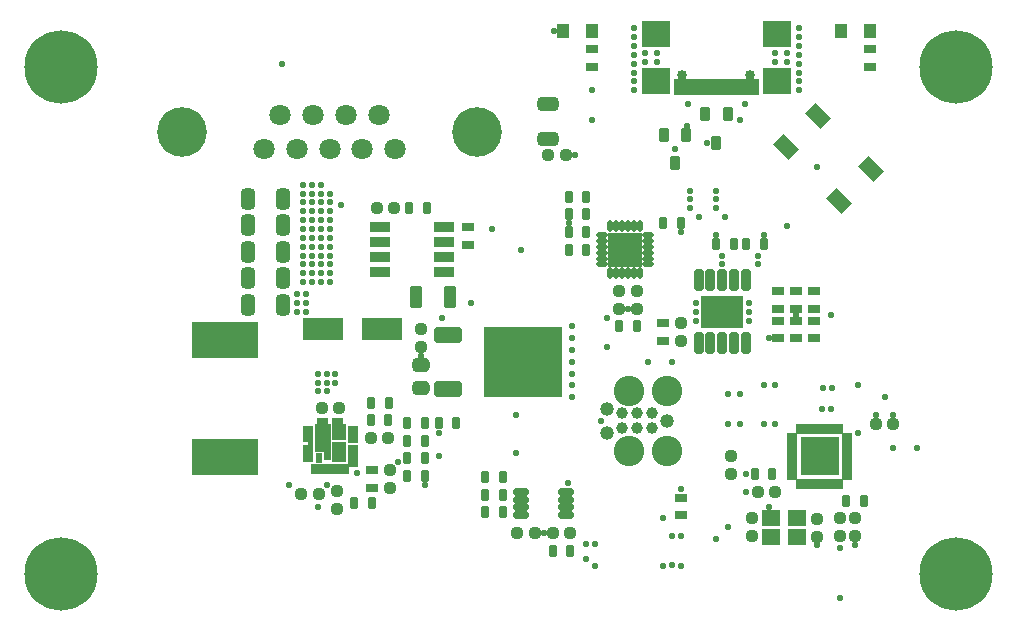
<source format=gts>
%FSLAX46Y46*%
%MOMM*%
%AMPS32*
4,1,8,
0.462500,-1.275000,
0.462500,1.275000,
-0.462500,1.275000,
-0.462500,-0.125000,
-0.012500,-0.125000,
-0.012500,-0.325000,
-0.462500,-0.325000,
-0.462500,-1.275000,
0.462500,-1.275000,
0*
%
%ADD32PS32*%
%AMPS17*
4,1,4,
3.300000,3.000000,
-3.300000,3.000000,
-3.300000,-3.000000,
3.300000,-3.000000,
3.300000,3.000000,
0*
%
%ADD17PS17*%
%AMPS14*
1,1,4.200000,0.000000,0.000000*
%
%ADD14PS14*%
%AMPS13*
1,1,1.800000,0.000000,0.000000*
%
%ADD13PS13*%
%AMPS30*
21,1,0.780000,0.580000,0.000000,0.000000,270.000000*
%
%ADD30PS30*%
%AMPS37*
21,1,1.200000,1.800000,0.000000,0.000000,45.000000*
%
%ADD37PS37*%
%AMPS38*
21,1,1.200000,1.800000,0.000000,0.000000,225.000000*
%
%ADD38PS38*%
%AMPS52*
21,1,2.900000,2.900000,0.000000,0.000000,180.000000*
%
%ADD52PS52*%
%AMPS49*
21,1,1.100000,1.200000,0.000000,0.000000,0.000000*
%
%ADD49PS49*%
%AMPS36*
21,1,1.775000,1.250000,0.000000,0.000000,270.000000*
%
%ADD36PS36*%
%AMPS44*
21,1,3.400000,1.800000,0.000000,0.000000,180.000000*
%
%ADD44PS44*%
%AMPS31*
21,1,0.500000,0.925000,0.000000,0.000000,180.000000*
%
%ADD31PS31*%
%AMPS33*
21,1,0.500000,0.925000,0.000000,0.000000,270.000000*
%
%ADD33PS33*%
%AMPS40*
21,1,0.800000,1.700000,0.000000,0.000000,90.000000*
%
%ADD40PS40*%
%AMPS41*
21,1,0.800000,1.700000,0.000000,0.000000,270.000000*
%
%ADD41PS41*%
%AMPS42*
21,1,3.100000,5.600000,0.000000,0.000000,90.000000*
%
%ADD42PS42*%
%AMPS20*
21,1,2.700000,3.600000,0.000000,0.000000,90.000000*
%
%ADD20PS20*%
%AMPS45*
21,1,0.800000,1.350000,0.000000,0.000000,180.000000*
%
%ADD45PS45*%
%AMPS23*
21,1,0.500000,0.800000,0.000000,0.000000,0.000000*
%
%ADD23PS23*%
%AMPS22*
21,1,0.500000,0.800000,0.000000,0.000000,90.000000*
%
%ADD22PS22*%
%AMPS24*
21,1,0.500000,0.800000,0.000000,0.000000,180.000000*
%
%ADD24PS24*%
%AMPS21*
21,1,0.500000,0.800000,0.000000,0.000000,270.000000*
%
%ADD21PS21*%
%AMPS46*
21,1,2.380000,2.200000,0.000000,0.000000,180.000000*
%
%ADD46PS46*%
%AMPS47*
21,1,0.500000,1.350000,0.000000,0.000000,180.000000*
%
%ADD47PS47*%
%AMPS58*
21,1,1.600000,1.400000,0.000000,0.000000,0.000000*
%
%ADD58PS58*%
%AMPS64*
1,1,0.550000,0.000000,0.000000*
%
%ADD64PS64*%
%AMPS34*
4,1,10,
-0.550000,1.237500,
-0.700000,1.237500,
-0.700000,-1.137500,
0.045000,-1.137500,
0.045000,-1.787500,
0.700000,-1.787500,
0.700000,1.237500,
0.400000,1.237500,
0.400000,1.787500,
-0.550000,1.787500,
-0.550000,1.237500,
0*
%
%ADD34PS34*%
%AMPS61*
1,1,2.575000,0.000000,0.000000*
%
%ADD61PS61*%
%AMPS59*
1,1,2.575000,0.000000,0.000000*
%
%ADD59PS59*%
%AMPS48*
1,1,0.850000,0.000000,0.000000*
%
%ADD48PS48*%
%AMPS62*
1,1,1.190600,0.000000,0.000000*
%
%ADD62PS62*%
%AMPS35*
4,1,6,
-0.625000,-0.950000,
0.625000,-0.950000,
0.625000,0.400000,
0.325000,0.400000,
0.325000,0.950000,
-0.625000,0.950000,
-0.625000,-0.950000,
0*
%
%ADD35PS35*%
%AMPS15*
1,1,0.700000,0.250000,-0.550000*
1,1,0.700000,-0.250000,0.550000*
1,1,0.700000,-0.250000,-0.550000*
1,1,0.700000,0.250000,0.550000*
21,1,1.200000,1.100000,0.000000,0.000000,180.000000*
21,1,0.500000,1.800000,0.000000,0.000000,180.000000*
%
%ADD15PS15*%
%AMPS26*
1,1,0.700000,0.550000,0.250000*
1,1,0.700000,-0.550000,-0.250000*
1,1,0.700000,0.550000,-0.250000*
1,1,0.700000,-0.550000,0.250000*
21,1,1.200000,1.100000,0.000000,0.000000,270.000000*
21,1,0.500000,1.800000,0.000000,0.000000,270.000000*
%
%ADD26PS26*%
%AMPS55*
1,1,0.300000,-0.500000,-0.150000*
1,1,0.300000,0.500000,0.150000*
1,1,0.300000,-0.500000,0.150000*
1,1,0.300000,0.500000,-0.150000*
21,1,0.600000,1.000000,0.000000,0.000000,90.000000*
21,1,0.300000,1.300000,0.000000,0.000000,90.000000*
%
%ADD55PS55*%
%AMPS56*
1,1,0.300000,0.500000,0.150000*
1,1,0.300000,-0.500000,-0.150000*
1,1,0.300000,0.500000,-0.150000*
1,1,0.300000,-0.500000,0.150000*
21,1,0.600000,1.000000,0.000000,0.000000,270.000000*
21,1,0.300000,1.300000,0.000000,0.000000,270.000000*
%
%ADD56PS56*%
%AMPS50*
1,1,0.325000,0.062500,-0.350000*
1,1,0.325000,-0.062500,0.350000*
1,1,0.325000,-0.062500,-0.350000*
1,1,0.325000,0.062500,0.350000*
21,1,0.450000,0.700000,0.000000,0.000000,180.000000*
21,1,0.125000,1.025000,0.000000,0.000000,180.000000*
%
%ADD50PS50*%
%AMPS53*
1,1,0.560000,-0.220000,0.195000*
1,1,0.560000,0.220000,-0.195000*
1,1,0.560000,0.220000,0.195000*
1,1,0.560000,-0.220000,-0.195000*
21,1,1.000000,0.390000,0.000000,0.000000,0.000000*
21,1,0.440000,0.950000,0.000000,0.000000,0.000000*
%
%ADD53PS53*%
%AMPS27*
1,1,0.560000,-0.195000,-0.220000*
1,1,0.560000,0.195000,0.220000*
1,1,0.560000,-0.195000,0.220000*
1,1,0.560000,0.195000,-0.220000*
21,1,1.000000,0.390000,0.000000,0.000000,90.000000*
21,1,0.440000,0.950000,0.000000,0.000000,90.000000*
%
%ADD27PS27*%
%AMPS43*
1,1,0.560000,0.220000,-0.195000*
1,1,0.560000,-0.220000,0.195000*
1,1,0.560000,-0.220000,-0.195000*
1,1,0.560000,0.220000,0.195000*
21,1,1.000000,0.390000,0.000000,0.000000,180.000000*
21,1,0.440000,0.950000,0.000000,0.000000,180.000000*
%
%ADD43PS43*%
%AMPS29*
1,1,0.560000,0.195000,0.220000*
1,1,0.560000,-0.195000,-0.220000*
1,1,0.560000,0.195000,-0.220000*
1,1,0.560000,-0.195000,0.220000*
21,1,1.000000,0.390000,0.000000,0.000000,270.000000*
21,1,0.440000,0.950000,0.000000,0.000000,270.000000*
%
%ADD29PS29*%
%AMPS18*
1,1,0.500000,-0.175000,0.675000*
1,1,0.500000,0.175000,-0.675000*
1,1,0.500000,0.175000,0.675000*
1,1,0.500000,-0.175000,-0.675000*
21,1,0.850000,1.350000,0.000000,0.000000,0.000000*
21,1,0.350000,1.850000,0.000000,0.000000,0.000000*
%
%ADD18PS18*%
%AMPS19*
1,1,0.500000,0.175000,-0.675000*
1,1,0.500000,-0.175000,0.675000*
1,1,0.500000,-0.175000,-0.675000*
1,1,0.500000,0.175000,0.675000*
21,1,0.850000,1.350000,0.000000,0.000000,180.000000*
21,1,0.350000,1.850000,0.000000,0.000000,180.000000*
%
%ADD19PS19*%
%AMPS63*
1,1,0.640000,0.230000,-0.630000*
1,1,0.640000,-0.230000,0.630000*
1,1,0.640000,-0.230000,-0.630000*
1,1,0.640000,0.230000,0.630000*
21,1,1.100000,1.260000,0.000000,0.000000,180.000000*
21,1,0.460000,1.900000,0.000000,0.000000,180.000000*
%
%ADD63PS63*%
%AMPS57*
1,1,0.700000,-0.375000,-0.250000*
1,1,0.700000,0.375000,0.250000*
1,1,0.700000,-0.375000,0.250000*
1,1,0.700000,0.375000,-0.250000*
21,1,1.200000,0.750000,0.000000,0.000000,90.000000*
21,1,0.500000,1.450000,0.000000,0.000000,90.000000*
%
%ADD57PS57*%
%AMPS11*
1,1,0.440000,-0.130000,0.330000*
1,1,0.440000,0.130000,-0.330000*
1,1,0.440000,0.130000,0.330000*
1,1,0.440000,-0.130000,-0.330000*
21,1,0.700000,0.660000,0.000000,0.000000,0.000000*
21,1,0.260000,1.100000,0.000000,0.000000,0.000000*
%
%ADD11PS11*%
%AMPS28*
1,1,0.440000,-0.330000,-0.130000*
1,1,0.440000,0.330000,0.130000*
1,1,0.440000,-0.330000,0.130000*
1,1,0.440000,0.330000,-0.130000*
21,1,0.700000,0.660000,0.000000,0.000000,90.000000*
21,1,0.260000,1.100000,0.000000,0.000000,90.000000*
%
%ADD28PS28*%
%AMPS12*
1,1,0.440000,0.130000,-0.330000*
1,1,0.440000,-0.130000,0.330000*
1,1,0.440000,-0.130000,-0.330000*
1,1,0.440000,0.130000,0.330000*
21,1,0.700000,0.660000,0.000000,0.000000,180.000000*
21,1,0.260000,1.100000,0.000000,0.000000,180.000000*
%
%ADD12PS12*%
%AMPS39*
1,1,0.440000,0.330000,0.130000*
1,1,0.440000,-0.330000,-0.130000*
1,1,0.440000,0.330000,-0.130000*
1,1,0.440000,-0.330000,0.130000*
21,1,0.700000,0.660000,0.000000,0.000000,270.000000*
21,1,0.260000,1.100000,0.000000,0.000000,270.000000*
%
%ADD39PS39*%
%AMPS16*
1,1,0.700000,-0.850000,0.350000*
1,1,0.700000,0.850000,-0.350000*
1,1,0.700000,0.850000,0.350000*
1,1,0.700000,-0.850000,-0.350000*
21,1,2.400000,0.700000,0.000000,0.000000,0.000000*
21,1,1.700000,1.400000,0.000000,0.000000,0.000000*
%
%ADD16PS16*%
%AMPS54*
1,1,0.540000,-0.180000,0.330000*
1,1,0.540000,0.180000,-0.330000*
1,1,0.540000,0.180000,0.330000*
1,1,0.540000,-0.180000,-0.330000*
21,1,0.900000,0.660000,0.000000,0.000000,0.000000*
21,1,0.360000,1.200000,0.000000,0.000000,0.000000*
%
%ADD54PS54*%
%AMPS51*
1,1,0.325000,0.350000,-0.062500*
1,1,0.325000,-0.350000,0.062500*
1,1,0.325000,-0.350000,-0.062500*
1,1,0.325000,0.350000,0.062500*
21,1,1.025000,0.125000,0.000000,0.000000,180.000000*
21,1,0.700000,0.450000,0.000000,0.000000,180.000000*
%
%ADD51PS51*%
%AMPS10*
1,1,6.200000,0.000000,0.000000*
%
%ADD10PS10*%
%AMPS25*
21,1,3.300000,3.300000,0.000000,0.000000,90.000000*
%
%ADD25PS25*%
%AMPS60*
1,1,0.987400,0.000000,0.000000*
%
%ADD60PS60*%
G01*
G01*
%LPD*%
G75*
D10*
X-18500000Y96000000D03*
D10*
X57250000Y96000000D03*
D10*
X57250000Y53000000D03*
D10*
X-18500000Y53000000D03*
D11*
X10842576Y65829858D03*
D11*
X12342576Y65829858D03*
D12*
X26000000Y82000000D03*
D12*
X24500000Y82000000D03*
D11*
X10842576Y61329858D03*
D11*
X12342576Y61329858D03*
D11*
X32500000Y82750000D03*
D11*
X34000000Y82750000D03*
D13*
X4250000Y89055000D03*
D13*
X9790000Y89055000D03*
D13*
X95000Y91895000D03*
D14*
X16750000Y90475000D03*
D13*
X5635000Y91895000D03*
D13*
X-1290000Y89055000D03*
D13*
X8405000Y91895000D03*
D14*
X-8250000Y90475000D03*
D13*
X2865000Y91895000D03*
D13*
X7020000Y89055000D03*
D13*
X1480000Y89055000D03*
D15*
X342576Y78079858D03*
D15*
X-2657424Y78079858D03*
D16*
X14300000Y73279998D03*
D16*
X14300000Y68719998D03*
D17*
X20600000Y70999998D03*
D18*
X37500000Y72600000D03*
D19*
X35500000Y77900000D03*
D18*
X38500000Y72600000D03*
D19*
X36500000Y77900000D03*
D19*
X39500000Y77900000D03*
D18*
X36500000Y72600000D03*
D20*
X37500000Y75250000D03*
D18*
X35500000Y72600000D03*
D18*
X39500000Y72600000D03*
D19*
X38500000Y77900000D03*
D19*
X37500000Y77900000D03*
D21*
X43399998Y63750000D03*
D22*
X48099998Y63750000D03*
D23*
X45499998Y60650000D03*
D21*
X43399998Y61250000D03*
D24*
X46499998Y65350000D03*
D21*
X43399998Y64750000D03*
D22*
X48099998Y62250000D03*
D23*
X45999998Y60650000D03*
D24*
X44499998Y65350000D03*
D21*
X43399998Y63250000D03*
D23*
X46499998Y60650000D03*
D21*
X43399998Y61750000D03*
D22*
X48099998Y63250000D03*
D23*
X47499998Y60650000D03*
D22*
X48099998Y61750000D03*
D24*
X46999998Y65350000D03*
D22*
X48099998Y62750000D03*
D25*
X45749998Y63000000D03*
D24*
X43999998Y65350000D03*
D23*
X44499998Y60650000D03*
D24*
X47499998Y65350000D03*
D24*
X44999998Y65350000D03*
D24*
X45499998Y65350000D03*
D23*
X44999998Y60650000D03*
D24*
X45999998Y65350000D03*
D22*
X48099998Y61250000D03*
D22*
X48099998Y64750000D03*
D21*
X43399998Y62750000D03*
D22*
X48099998Y64250000D03*
D21*
X43399998Y62250000D03*
D21*
X43399998Y64250000D03*
D23*
X43999998Y60650000D03*
D23*
X46999998Y60650000D03*
D26*
X22750000Y92850000D03*
D26*
X22750000Y89850000D03*
D27*
X47500000Y57750000D03*
D27*
X47500000Y56250000D03*
D28*
X7842576Y60329858D03*
D28*
X7842576Y61829858D03*
D12*
X26000000Y83500000D03*
D12*
X24500000Y83500000D03*
D29*
X45500000Y56208334D03*
D29*
X45500000Y57708334D03*
D12*
X18900000Y59749980D03*
D12*
X17400000Y59749980D03*
D30*
X3347576Y62844858D03*
D31*
X5617576Y61892358D03*
D32*
X2405076Y64279858D03*
D31*
X2917576Y61892358D03*
D33*
X2405076Y62804858D03*
D33*
X6280076Y64854858D03*
D31*
X3367576Y61892358D03*
D33*
X6280076Y64404858D03*
D31*
X4717576Y61892358D03*
D34*
X3667576Y64442358D03*
D31*
X5167576Y61892358D03*
D33*
X6280076Y62804858D03*
D35*
X5092576Y65279858D03*
D33*
X6280076Y65304858D03*
D33*
X6280076Y63254858D03*
D31*
X3817576Y61892358D03*
D36*
X5092576Y63342358D03*
D33*
X6280076Y63704858D03*
D31*
X4267576Y61892358D03*
D33*
X6280076Y62354858D03*
D37*
X47419238Y84643756D03*
D38*
X45580762Y91856244D03*
D38*
X42893756Y89169238D03*
D37*
X50106244Y87330762D03*
D39*
X42250000Y74500000D03*
D39*
X42250000Y73000000D03*
D12*
X24650000Y55000000D03*
D12*
X23150000Y55000000D03*
D40*
X13950000Y79864998D03*
D40*
X13950000Y82404998D03*
D41*
X8550000Y79864998D03*
D40*
X13950000Y78594998D03*
D40*
X13950000Y81134998D03*
D41*
X8550000Y82404998D03*
D41*
X8550000Y81134998D03*
D41*
X8550000Y78594998D03*
D39*
X43750000Y77000000D03*
D39*
X43750000Y75500000D03*
D27*
X34000000Y74250000D03*
D27*
X34000000Y72750000D03*
D29*
X38250000Y61500000D03*
D29*
X38250000Y63000000D03*
D27*
X9342576Y61829858D03*
D27*
X9342576Y60329858D03*
D29*
X48750000Y56250000D03*
D29*
X48750000Y57750000D03*
D28*
X50006250Y96000000D03*
D28*
X50006250Y97500000D03*
D11*
X7750000Y67500000D03*
D11*
X9250000Y67500000D03*
D29*
X4842576Y58579858D03*
D29*
X4842576Y60079858D03*
D27*
X40000000Y57750000D03*
D27*
X40000000Y56250000D03*
D42*
X-4557424Y72829858D03*
D42*
X-4557424Y62929858D03*
D43*
X40500002Y60000000D03*
D43*
X42000002Y60000000D03*
D44*
X3692576Y73779858D03*
D44*
X8692576Y73779858D03*
D15*
X342576Y82579858D03*
D15*
X-2657424Y82579858D03*
D45*
X33800000Y94245000D03*
D46*
X42110000Y94820000D03*
D47*
X38250000Y94245000D03*
D46*
X31890000Y98750000D03*
D47*
X35750000Y94245000D03*
D46*
X31890000Y94820000D03*
D47*
X37250000Y94245000D03*
D47*
X38750000Y94245000D03*
D47*
X35250000Y94245000D03*
D48*
X39890000Y95320000D03*
D45*
X39400000Y94245000D03*
D46*
X42110000Y98750000D03*
D47*
X36750000Y94245000D03*
D45*
X34600000Y94245000D03*
D45*
X40200000Y94245000D03*
D47*
X37750000Y94245000D03*
D48*
X34110000Y95320000D03*
D47*
X36250000Y94245000D03*
D15*
X342576Y84829858D03*
D15*
X-2657424Y84829858D03*
D12*
X18900000Y58249980D03*
D12*
X17400000Y58249980D03*
D12*
X12342576Y64329858D03*
D12*
X10842576Y64329858D03*
D49*
X26450000Y99000000D03*
D49*
X24050000Y99000000D03*
D50*
X28000000Y82462500D03*
D51*
X31212500Y81250000D03*
D50*
X29000000Y78537500D03*
D51*
X31212500Y80750000D03*
D51*
X27287500Y80750000D03*
D51*
X31212500Y79250000D03*
D51*
X31212500Y79750000D03*
D50*
X29000000Y82462500D03*
D50*
X29500000Y82462500D03*
D50*
X28500000Y78537500D03*
D50*
X29500000Y78537500D03*
D50*
X28500000Y82462500D03*
D50*
X30000000Y82462500D03*
D50*
X30500000Y82462500D03*
D51*
X27287500Y79750000D03*
D50*
X30500000Y78537500D03*
D50*
X28000000Y78537500D03*
D51*
X31212500Y80250000D03*
D52*
X29250000Y80500000D03*
D51*
X27287500Y79250000D03*
D50*
X30000000Y78537500D03*
D51*
X31212500Y81750000D03*
D51*
X27287500Y81250000D03*
D51*
X27287500Y81750000D03*
D51*
X27287500Y80250000D03*
D49*
X49968750Y99000000D03*
D49*
X47568750Y99000000D03*
D53*
X24250000Y88500000D03*
D53*
X22750000Y88500000D03*
D12*
X41750000Y61500000D03*
D12*
X40250000Y61500000D03*
D54*
X33500000Y87800000D03*
D54*
X34450000Y90200000D03*
D54*
X32550000Y90200000D03*
D53*
X3342576Y59829858D03*
D53*
X1842576Y59829858D03*
D39*
X45250000Y77000000D03*
D39*
X45250000Y75500000D03*
D15*
X342576Y80329858D03*
D15*
X-2657424Y80329858D03*
D12*
X30250000Y74000000D03*
D12*
X28750000Y74000000D03*
D11*
X48000000Y59250000D03*
D11*
X49500000Y59250000D03*
D43*
X7742576Y64579858D03*
D43*
X9242576Y64579858D03*
D53*
X52000000Y65750000D03*
D53*
X50500000Y65750000D03*
D29*
X12000000Y72249998D03*
D29*
X12000000Y73749998D03*
D12*
X12500000Y83999998D03*
D12*
X11000000Y83999998D03*
D28*
X34000000Y58000000D03*
D28*
X34000000Y59500000D03*
D11*
X6342576Y59079858D03*
D11*
X7842576Y59079858D03*
D29*
X28750000Y75500000D03*
D29*
X28750000Y77000000D03*
D55*
X24300000Y58674980D03*
D56*
X20500000Y59974980D03*
D55*
X24300000Y59974980D03*
D55*
X24300000Y58024980D03*
D56*
X20500000Y58674980D03*
D55*
X24300000Y59324980D03*
D56*
X20500000Y59324980D03*
D56*
X20500000Y58024980D03*
D28*
X16000000Y80904998D03*
D28*
X16000000Y82404998D03*
D12*
X18900000Y61250000D03*
D12*
X17400000Y61250000D03*
D39*
X42250000Y77000000D03*
D39*
X42250000Y75500000D03*
D12*
X12342576Y62829858D03*
D12*
X10842576Y62829858D03*
D11*
X24500000Y80500000D03*
D11*
X26000000Y80500000D03*
D15*
X342576Y75829858D03*
D15*
X-2657424Y75829858D03*
D53*
X21650000Y56499980D03*
D53*
X20150000Y56499980D03*
D54*
X37000000Y89550000D03*
D54*
X37950000Y91950000D03*
D54*
X36050000Y91950000D03*
D39*
X32500000Y74250000D03*
D39*
X32500000Y72750000D03*
D57*
X12000008Y68750054D03*
D57*
X12000008Y70750054D03*
D11*
X24500000Y85000000D03*
D11*
X26000000Y85000000D03*
D58*
X43849998Y57800000D03*
D58*
X41649998Y57800000D03*
D58*
X41649998Y56200000D03*
D58*
X43849998Y56200000D03*
D53*
X9750000Y83999998D03*
D53*
X8250000Y83999998D03*
D12*
X38500000Y81000000D03*
D12*
X37000000Y81000000D03*
D11*
X39500000Y81000000D03*
D11*
X41000000Y81000000D03*
D29*
X30250000Y75500000D03*
D29*
X30250000Y77000000D03*
D43*
X23150000Y56499980D03*
D43*
X24650000Y56499980D03*
D11*
X7742576Y66079858D03*
D11*
X9242576Y66079858D03*
D12*
X15000000Y65829858D03*
D12*
X13500000Y65829858D03*
D39*
X43750000Y74500000D03*
D39*
X43750000Y73000000D03*
D59*
X32790000Y63460000D03*
D60*
X28980000Y66635000D03*
D60*
X31520000Y66635000D03*
D59*
X29615000Y63460000D03*
D61*
X32790000Y68540000D03*
D62*
X27710000Y64984000D03*
D60*
X31520000Y65365000D03*
D60*
X30250000Y65365000D03*
D60*
X30250000Y66635000D03*
D60*
X28980000Y65365000D03*
D62*
X27710000Y67016000D03*
D62*
X32790000Y66000000D03*
D61*
X29615000Y68540000D03*
D63*
X11550000Y76500000D03*
D63*
X14450000Y76500000D03*
D39*
X45250000Y74500000D03*
D39*
X45250000Y73000000D03*
D53*
X5092576Y67129858D03*
D53*
X3592576Y67129858D03*
D28*
X26500000Y96000000D03*
D28*
X26500000Y97500000D03*
D64*
X20000000Y66500000D03*
D64*
X35250000Y74500000D03*
D64*
X29250000Y81250000D03*
D64*
X26750000Y55600000D03*
D64*
X39000000Y91500000D03*
D64*
X27750000Y72250000D03*
D64*
X33250000Y71000000D03*
D64*
X3350000Y64200000D03*
D64*
X52000000Y63750000D03*
D64*
X47000000Y63000000D03*
D64*
X24750000Y74000000D03*
D64*
X30000000Y94750000D03*
D64*
X4250000Y81500000D03*
D64*
X3250000Y58750000D03*
D64*
X5300000Y62925000D03*
D64*
X3500000Y82250000D03*
D64*
X46750000Y75000000D03*
D64*
X3500000Y85250000D03*
D64*
X2000000Y80000000D03*
D64*
X54000000Y63750000D03*
D64*
X32500000Y53750000D03*
D64*
X34750000Y84750000D03*
D64*
X39400000Y92850000D03*
D64*
X2750000Y80750000D03*
D64*
X34600000Y92850000D03*
D64*
X2000000Y84500000D03*
D64*
X37000000Y56000000D03*
D64*
X47500000Y55250000D03*
D64*
X4250000Y83000000D03*
D64*
X20500000Y80500000D03*
D64*
X41000000Y69000000D03*
D64*
X46000000Y68799999D03*
D64*
X16250000Y76000000D03*
D64*
X13500000Y63000000D03*
D64*
X42000000Y69000000D03*
D64*
X45750000Y61750000D03*
D64*
X2750000Y85250000D03*
D64*
X30000000Y96250000D03*
D64*
X2750000Y86000000D03*
D64*
X39750000Y76000000D03*
D64*
X24750000Y70000000D03*
D64*
X13500000Y65000000D03*
D64*
X48750000Y55500000D03*
D64*
X2000000Y77750000D03*
D64*
X3500000Y81500000D03*
D64*
X38000000Y68250000D03*
D64*
X44000000Y99250000D03*
D64*
X2750000Y82250000D03*
D64*
X29250000Y80500000D03*
D64*
X5250000Y84250000D03*
D64*
X24400000Y60750000D03*
D64*
X4250000Y82250000D03*
D64*
X4250000Y77750000D03*
D64*
X44000000Y97750000D03*
D64*
X30000000Y79750000D03*
D64*
X37750000Y83250000D03*
D64*
X47000000Y61750000D03*
D64*
X45750000Y64250000D03*
D64*
X45933788Y66998519D03*
D64*
X30000000Y80500000D03*
D64*
X44000000Y95500000D03*
D64*
X51250000Y68000000D03*
D64*
X24750000Y69000000D03*
D64*
X41500000Y58708334D03*
D64*
X2000000Y86000000D03*
D64*
X4010120Y60536104D03*
D64*
X37000000Y84750000D03*
D64*
X1500000Y76000000D03*
D64*
X34013778Y53749740D03*
D64*
X2750000Y83750000D03*
D64*
X40500000Y79250000D03*
D64*
X43750000Y75000000D03*
D64*
X2250000Y76000000D03*
D64*
X4250000Y79250000D03*
D64*
X4250000Y80750000D03*
D64*
X3500000Y83750000D03*
D64*
X28500000Y80500000D03*
D64*
X29500000Y75500000D03*
D64*
X34000000Y60250000D03*
D64*
X30000000Y95500000D03*
D64*
X33250000Y56249998D03*
D64*
X46800003Y68799999D03*
D64*
X4000000Y70000000D03*
D64*
X35500000Y83250000D03*
D64*
X30000000Y97750000D03*
D64*
X37500000Y79250000D03*
D64*
X2750000Y77750000D03*
D64*
X30000000Y94000000D03*
D64*
X28500000Y79750000D03*
D64*
X35250000Y75250000D03*
D64*
X26750000Y53724980D03*
D64*
X3500000Y78500000D03*
D64*
X4917576Y63729858D03*
D64*
X30000000Y81250000D03*
D64*
X4250000Y85250000D03*
D64*
X22400020Y56499980D03*
D64*
X2750000Y79250000D03*
D64*
X20000000Y63250000D03*
D64*
X50500000Y66500000D03*
D64*
X44000000Y98500000D03*
D64*
X3500000Y77750000D03*
D64*
X24500000Y82750000D03*
D64*
X42000000Y65750000D03*
D64*
X2000000Y83000000D03*
D64*
X3500000Y84500000D03*
D64*
X47000000Y64250000D03*
D64*
X44500000Y63000000D03*
D64*
X2000000Y83750000D03*
D64*
X27750000Y74750000D03*
D64*
X33500000Y89000000D03*
D64*
X43000000Y96410000D03*
D64*
X45500000Y55500000D03*
D64*
X29250000Y79750000D03*
D64*
X2750000Y81500000D03*
D64*
X2000000Y79250000D03*
D64*
X4250000Y83750000D03*
D64*
X26000000Y54324980D03*
D64*
X24750000Y73000000D03*
D64*
X38000000Y65750000D03*
D64*
X23250000Y99000000D03*
D64*
X4750000Y70000000D03*
D64*
X39500000Y60000000D03*
D64*
X26500000Y94000000D03*
D64*
X2750000Y78500000D03*
D64*
X37000000Y84000000D03*
D64*
X24750000Y72000000D03*
D64*
X2000000Y81500000D03*
D64*
X32500000Y57750000D03*
D64*
X26500000Y91500000D03*
D64*
X32000000Y97160000D03*
D64*
X44500000Y64250000D03*
D64*
X27250000Y66000000D03*
D64*
X34500000Y91000000D03*
D64*
X31250000Y71000000D03*
D64*
X4000000Y69250000D03*
D64*
X2000000Y82250000D03*
D64*
X36250000Y89500000D03*
D64*
X49000000Y65000000D03*
D64*
X4000000Y68500000D03*
D64*
X2750000Y80000000D03*
D64*
X3250000Y69250000D03*
D64*
X24750000Y71000000D03*
D64*
X38000000Y57000000D03*
D64*
X47500000Y51000000D03*
D64*
X2250000Y75250000D03*
D64*
X12000000Y71500000D03*
D64*
X2750000Y83000000D03*
D64*
X250000Y96250000D03*
D64*
X3950000Y63675000D03*
D64*
X39750000Y74500000D03*
D64*
X1500000Y75250000D03*
D64*
X3250000Y68500000D03*
D64*
X12342576Y60579858D03*
D64*
X44000000Y94750000D03*
D64*
X42000000Y97160000D03*
D64*
X49000000Y69000000D03*
D64*
X31000000Y96410000D03*
D64*
X32000000Y96410000D03*
D64*
X44000000Y94000000D03*
D64*
X37000000Y81750000D03*
D64*
X4250000Y78500000D03*
D64*
X39000000Y68250000D03*
D64*
X34013909Y56263909D03*
D64*
X39750000Y75250000D03*
D64*
X42000000Y96410000D03*
D64*
X43000000Y97160000D03*
D64*
X43000000Y82500000D03*
D64*
X3500000Y86000000D03*
D64*
X4250000Y84500000D03*
D64*
X31000000Y97160000D03*
D64*
X33263909Y53763909D03*
D64*
X25000000Y88500000D03*
D64*
X44000000Y97000000D03*
D64*
X44000000Y96250000D03*
D64*
X18000000Y82250000D03*
D64*
X34000000Y82000000D03*
D64*
X41000000Y81750000D03*
D64*
X41000000Y65750000D03*
D64*
X25949997Y55600000D03*
D64*
X44500000Y61750000D03*
D64*
X52000000Y66500000D03*
D64*
X41500000Y73000000D03*
D64*
X28500000Y81250000D03*
D64*
X30000000Y98500000D03*
D64*
X30000000Y97000000D03*
D64*
X3500000Y80000000D03*
D64*
X2000000Y78500000D03*
D64*
X34750000Y85500000D03*
D64*
X35250000Y76000000D03*
D64*
X10023165Y62525870D03*
D64*
X3350000Y65250000D03*
D64*
X2750000Y84500000D03*
D64*
X34750000Y84000000D03*
D64*
X3500000Y83000000D03*
D64*
X39500000Y61500000D03*
D64*
X13750000Y74750000D03*
D64*
X2250000Y76750000D03*
D64*
X46733590Y67016410D03*
D64*
X4250000Y80000000D03*
D64*
X40500000Y80000000D03*
D64*
X2000000Y80750000D03*
D64*
X45749998Y63000001D03*
D64*
X37500000Y80000000D03*
D64*
X30000000Y99250000D03*
D64*
X3925000Y64850000D03*
D64*
X3250000Y70000000D03*
D64*
X842576Y60579858D03*
D64*
X39000000Y65750000D03*
D64*
X24750000Y68000000D03*
D64*
X1500000Y76750000D03*
D64*
X3500000Y80750000D03*
D64*
X45500000Y87500000D03*
D64*
X2000000Y85250000D03*
D64*
X3500000Y79250000D03*
D64*
X37000000Y85500000D03*
D64*
X4750000Y69250000D03*
D64*
X6592576Y61579858D03*
M02*

</source>
